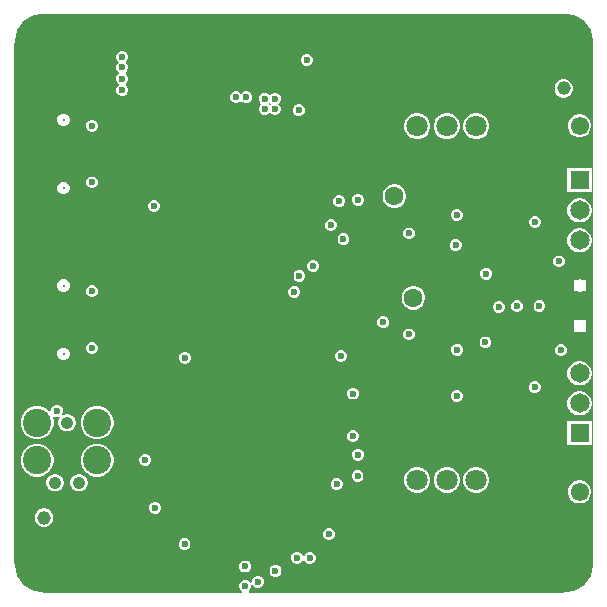
<source format=gbr>
%TF.GenerationSoftware,Altium Limited,Altium Designer,24.2.2 (26)*%
G04 Layer_Physical_Order=6*
G04 Layer_Color=16776960*
%FSLAX45Y45*%
%MOMM*%
%TF.SameCoordinates,9421A899-AC1A-4384-8821-8213F9677E77*%
%TF.FilePolarity,Positive*%
%TF.FileFunction,Copper,L6,Inr,Signal*%
%TF.Part,Single*%
G01*
G75*
%TA.AperFunction,ComponentPad*%
%ADD46C,1.60000*%
%ADD47C,1.55000*%
%ADD48C,2.40000*%
%ADD49C,1.06700*%
%ADD50C,4.46000*%
%ADD51C,1.80000*%
%TA.AperFunction,WasherPad*%
%ADD52C,1.15200*%
%TA.AperFunction,ComponentPad*%
%ADD53C,0.32500*%
%TA.AperFunction,ViaPad*%
%ADD54C,5.00000*%
%TA.AperFunction,ComponentPad*%
%ADD55C,1.65000*%
%ADD56R,1.65000X1.65000*%
%TA.AperFunction,ViaPad*%
%ADD57C,0.80000*%
%ADD58C,0.60000*%
%TA.AperFunction,Conductor*%
%ADD59C,0.17229*%
G36*
X10627500Y10567500D02*
Y6167500D01*
X10377500Y5917500D01*
X7713561D01*
X7710916Y5929684D01*
X7710911Y5930200D01*
X7724888Y5944177D01*
X7732500Y5962554D01*
Y5978939D01*
X7744684Y5981584D01*
X7745200Y5981589D01*
X7759177Y5967612D01*
X7777554Y5960000D01*
X7797446D01*
X7815823Y5967612D01*
X7829888Y5981677D01*
X7837500Y6000054D01*
Y6019946D01*
X7829888Y6038323D01*
X7815823Y6052388D01*
X7797446Y6060000D01*
X7777554D01*
X7759177Y6052388D01*
X7745112Y6038323D01*
X7737500Y6019946D01*
Y6003561D01*
X7725316Y6000916D01*
X7724800Y6000911D01*
X7710823Y6014888D01*
X7692446Y6022500D01*
X7672554D01*
X7654177Y6014888D01*
X7640112Y6000823D01*
X7632500Y5982446D01*
Y5962554D01*
X7640112Y5944177D01*
X7654089Y5930200D01*
X7654084Y5929684D01*
X7651439Y5917500D01*
X5977500D01*
X5727500Y6167499D01*
Y10567500D01*
X5977500Y10817500D01*
X10377500D01*
X10627500Y10567500D01*
D02*
G37*
%LPC*%
G36*
X8212446Y10477500D02*
X8192554D01*
X8174177Y10469888D01*
X8160112Y10455823D01*
X8152500Y10437446D01*
Y10417554D01*
X8160112Y10399177D01*
X8174177Y10385112D01*
X8192554Y10377500D01*
X8212446D01*
X8230823Y10385112D01*
X8244888Y10399177D01*
X8252500Y10417554D01*
Y10437446D01*
X8244888Y10455823D01*
X8230823Y10469888D01*
X8212446Y10477500D01*
D02*
G37*
G36*
X7699945Y10160000D02*
X7680054D01*
X7661677Y10152388D01*
X7654547Y10145258D01*
X7646250Y10139301D01*
X7637953Y10145258D01*
X7630823Y10152388D01*
X7612446Y10160000D01*
X7592554D01*
X7574177Y10152388D01*
X7560112Y10138323D01*
X7552500Y10119946D01*
Y10100054D01*
X7560112Y10081677D01*
X7574177Y10067612D01*
X7592554Y10060000D01*
X7612446D01*
X7630823Y10067612D01*
X7637953Y10074743D01*
X7646250Y10080699D01*
X7654547Y10074743D01*
X7661677Y10067612D01*
X7680054Y10060000D01*
X7699945D01*
X7718323Y10067612D01*
X7732388Y10081677D01*
X7740000Y10100054D01*
Y10119946D01*
X7732388Y10138323D01*
X7718323Y10152388D01*
X7699945Y10160000D01*
D02*
G37*
G36*
X7942446Y10150000D02*
X7922554D01*
X7904177Y10142388D01*
X7897047Y10135258D01*
X7888750Y10129301D01*
X7880453Y10135258D01*
X7873323Y10142388D01*
X7854946Y10150000D01*
X7835054D01*
X7816677Y10142388D01*
X7802612Y10128323D01*
X7795000Y10109946D01*
Y10090054D01*
X7802612Y10071677D01*
X7809743Y10064547D01*
X7815699Y10056250D01*
X7809743Y10047953D01*
X7802612Y10040823D01*
X7795000Y10022446D01*
Y10002554D01*
X7802612Y9984177D01*
X7816677Y9970112D01*
X7835054Y9962500D01*
X7854946D01*
X7873323Y9970112D01*
X7880453Y9977242D01*
X7888750Y9983199D01*
X7897047Y9977242D01*
X7904177Y9970112D01*
X7922554Y9962500D01*
X7942446D01*
X7960823Y9970112D01*
X7974888Y9984177D01*
X7982500Y10002554D01*
Y10022446D01*
X7974888Y10040823D01*
X7967757Y10047953D01*
X7961801Y10056250D01*
X7967757Y10064547D01*
X7974888Y10071677D01*
X7982500Y10090054D01*
Y10109946D01*
X7974888Y10128323D01*
X7960823Y10142388D01*
X7942446Y10150000D01*
D02*
G37*
G36*
X6649945Y10502500D02*
X6630054D01*
X6611677Y10494888D01*
X6597612Y10480823D01*
X6590000Y10462445D01*
Y10442554D01*
X6597612Y10424177D01*
X6604742Y10417046D01*
X6610699Y10408750D01*
X6604742Y10400453D01*
X6597612Y10393323D01*
X6590000Y10374945D01*
Y10355054D01*
X6597612Y10336677D01*
X6611677Y10322612D01*
X6611706Y10322600D01*
Y10309900D01*
X6611677Y10309888D01*
X6597612Y10295823D01*
X6590000Y10277446D01*
Y10257554D01*
X6597612Y10239177D01*
X6611677Y10225112D01*
X6611706Y10225100D01*
Y10212400D01*
X6611677Y10212388D01*
X6597612Y10198323D01*
X6590000Y10179945D01*
Y10160054D01*
X6597612Y10141677D01*
X6611677Y10127612D01*
X6630054Y10120000D01*
X6649945D01*
X6668322Y10127612D01*
X6682388Y10141677D01*
X6690000Y10160054D01*
Y10179945D01*
X6682388Y10198323D01*
X6668322Y10212388D01*
X6668293Y10212400D01*
Y10225100D01*
X6668322Y10225112D01*
X6682388Y10239177D01*
X6690000Y10257554D01*
Y10277446D01*
X6682388Y10295823D01*
X6668322Y10309888D01*
X6668294Y10309900D01*
Y10322600D01*
X6668322Y10322612D01*
X6682388Y10336677D01*
X6690000Y10355054D01*
Y10374945D01*
X6682388Y10393323D01*
X6675257Y10400453D01*
X6669301Y10408750D01*
X6675257Y10417046D01*
X6682388Y10424177D01*
X6690000Y10442554D01*
Y10462445D01*
X6682388Y10480823D01*
X6668322Y10494888D01*
X6649945Y10502500D01*
D02*
G37*
G36*
X10387716Y10262600D02*
X10367284D01*
X10347548Y10257312D01*
X10329853Y10247095D01*
X10315405Y10232648D01*
X10305188Y10214953D01*
X10299900Y10195216D01*
Y10174784D01*
X10305188Y10155048D01*
X10315405Y10137353D01*
X10329853Y10122905D01*
X10347548Y10112689D01*
X10367284Y10107400D01*
X10387716D01*
X10407452Y10112689D01*
X10425147Y10122905D01*
X10439595Y10137353D01*
X10449811Y10155048D01*
X10455100Y10174784D01*
Y10195216D01*
X10449811Y10214953D01*
X10439595Y10232648D01*
X10425147Y10247095D01*
X10407452Y10257312D01*
X10387716Y10262600D01*
D02*
G37*
G36*
X8144946Y10050000D02*
X8125054D01*
X8106677Y10042388D01*
X8092612Y10028323D01*
X8085000Y10009946D01*
Y9990054D01*
X8092612Y9971677D01*
X8106677Y9957612D01*
X8125054Y9950000D01*
X8144946D01*
X8163323Y9957612D01*
X8177388Y9971677D01*
X8185000Y9990054D01*
Y10009946D01*
X8177388Y10028323D01*
X8163323Y10042388D01*
X8144946Y10050000D01*
D02*
G37*
G36*
X6154680Y9970954D02*
X6133794D01*
X6114498Y9962962D01*
X6099730Y9948193D01*
X6091737Y9928897D01*
Y9908011D01*
X6099730Y9888716D01*
X6114498Y9873947D01*
X6133794Y9865954D01*
X6154680D01*
X6173976Y9873947D01*
X6188745Y9888716D01*
X6196737Y9908011D01*
Y9928897D01*
X6188745Y9948193D01*
X6173976Y9962962D01*
X6154680Y9970954D01*
D02*
G37*
G36*
X6394946Y9919500D02*
X6375054D01*
X6356677Y9911888D01*
X6342612Y9897823D01*
X6335000Y9879446D01*
Y9859554D01*
X6342612Y9841177D01*
X6356677Y9827112D01*
X6375054Y9819500D01*
X6394946D01*
X6413323Y9827112D01*
X6427388Y9841177D01*
X6435000Y9859554D01*
Y9879446D01*
X6427388Y9897823D01*
X6413323Y9911888D01*
X6394946Y9919500D01*
D02*
G37*
G36*
X10524236Y9967000D02*
X10498564D01*
X10473766Y9960355D01*
X10451534Y9947519D01*
X10433381Y9929366D01*
X10420545Y9907134D01*
X10413900Y9882336D01*
Y9856664D01*
X10420545Y9831866D01*
X10433381Y9809634D01*
X10451534Y9791481D01*
X10473766Y9778645D01*
X10498564Y9772000D01*
X10524236D01*
X10549034Y9778645D01*
X10571266Y9791481D01*
X10589420Y9809634D01*
X10602255Y9831866D01*
X10608900Y9856664D01*
Y9882336D01*
X10602255Y9907134D01*
X10589420Y9929366D01*
X10571266Y9947519D01*
X10549034Y9960355D01*
X10524236Y9967000D01*
D02*
G37*
G36*
X9652546Y9975333D02*
X9623582D01*
X9595606Y9967837D01*
X9570523Y9953355D01*
X9550043Y9932874D01*
X9535561Y9907791D01*
X9528065Y9879815D01*
Y9850851D01*
X9535561Y9822875D01*
X9550043Y9797792D01*
X9570523Y9777311D01*
X9595606Y9762830D01*
X9623582Y9755333D01*
X9652546D01*
X9680523Y9762830D01*
X9705606Y9777311D01*
X9726086Y9797792D01*
X9740568Y9822875D01*
X9748064Y9850851D01*
Y9879815D01*
X9740568Y9907791D01*
X9726086Y9932874D01*
X9705606Y9953355D01*
X9680523Y9967837D01*
X9652546Y9975333D01*
D02*
G37*
G36*
X9402546D02*
X9373582D01*
X9345606Y9967837D01*
X9320523Y9953355D01*
X9300043Y9932874D01*
X9285561Y9907791D01*
X9278065Y9879815D01*
Y9850851D01*
X9285561Y9822875D01*
X9300043Y9797792D01*
X9320523Y9777311D01*
X9345606Y9762830D01*
X9373582Y9755333D01*
X9402546D01*
X9430523Y9762830D01*
X9455606Y9777311D01*
X9476086Y9797792D01*
X9490568Y9822875D01*
X9498064Y9850851D01*
Y9879815D01*
X9490568Y9907791D01*
X9476086Y9932874D01*
X9455606Y9953355D01*
X9430523Y9967837D01*
X9402546Y9975333D01*
D02*
G37*
G36*
X9152546D02*
X9123582D01*
X9095606Y9967837D01*
X9070523Y9953355D01*
X9050043Y9932874D01*
X9035561Y9907791D01*
X9028064Y9879815D01*
Y9850851D01*
X9035561Y9822875D01*
X9050043Y9797792D01*
X9070523Y9777311D01*
X9095606Y9762830D01*
X9123582Y9755333D01*
X9152546D01*
X9180523Y9762830D01*
X9205606Y9777311D01*
X9226086Y9797792D01*
X9240568Y9822875D01*
X9248064Y9850851D01*
Y9879815D01*
X9240568Y9907791D01*
X9226086Y9932874D01*
X9205606Y9953355D01*
X9180523Y9967837D01*
X9152546Y9975333D01*
D02*
G37*
G36*
X6394946Y9439500D02*
X6375054D01*
X6356677Y9431888D01*
X6342612Y9417823D01*
X6335000Y9399446D01*
Y9379554D01*
X6342612Y9361177D01*
X6356677Y9347112D01*
X6375054Y9339500D01*
X6394946D01*
X6413323Y9347112D01*
X6427388Y9361177D01*
X6435000Y9379554D01*
Y9399446D01*
X6427388Y9417823D01*
X6413323Y9431888D01*
X6394946Y9439500D01*
D02*
G37*
G36*
X10613899Y9509541D02*
X10408899D01*
Y9304541D01*
X10613899D01*
Y9509541D01*
D02*
G37*
G36*
X6154680Y9392955D02*
X6133794D01*
X6114498Y9384962D01*
X6099730Y9370193D01*
X6091737Y9350897D01*
Y9330012D01*
X6099730Y9310716D01*
X6114498Y9295947D01*
X6133794Y9287954D01*
X6154680D01*
X6173976Y9295947D01*
X6188745Y9310716D01*
X6196737Y9330012D01*
Y9350897D01*
X6188745Y9370193D01*
X6173976Y9384962D01*
X6154680Y9392955D01*
D02*
G37*
G36*
X8647446Y9292500D02*
X8627554D01*
X8609177Y9284888D01*
X8595112Y9270823D01*
X8587500Y9252446D01*
Y9232554D01*
X8595112Y9214177D01*
X8609177Y9200112D01*
X8627554Y9192500D01*
X8647446D01*
X8665823Y9200112D01*
X8679888Y9214177D01*
X8687500Y9232554D01*
Y9252446D01*
X8679888Y9270823D01*
X8665823Y9284888D01*
X8647446Y9292500D01*
D02*
G37*
G36*
X8487446Y9280000D02*
X8467554D01*
X8449177Y9272388D01*
X8435112Y9258323D01*
X8427500Y9239946D01*
Y9220054D01*
X8435112Y9201677D01*
X8449177Y9187612D01*
X8467554Y9180000D01*
X8487446D01*
X8505823Y9187612D01*
X8519888Y9201677D01*
X8527500Y9220054D01*
Y9239946D01*
X8519888Y9258323D01*
X8505823Y9272388D01*
X8487446Y9280000D01*
D02*
G37*
G36*
X8957865Y9373034D02*
X8931534D01*
X8906101Y9366219D01*
X8883298Y9353053D01*
X8864680Y9334435D01*
X8851514Y9311632D01*
X8844700Y9286199D01*
Y9259868D01*
X8851514Y9234435D01*
X8864680Y9211633D01*
X8883298Y9193014D01*
X8906101Y9179849D01*
X8931534Y9173034D01*
X8957865D01*
X8983298Y9179849D01*
X9006101Y9193014D01*
X9024719Y9211633D01*
X9037884Y9234435D01*
X9044699Y9259868D01*
Y9286199D01*
X9037884Y9311632D01*
X9024719Y9334435D01*
X9006101Y9353053D01*
X8983298Y9366219D01*
X8957865Y9373034D01*
D02*
G37*
G36*
X6917446Y9240000D02*
X6897554D01*
X6879177Y9232388D01*
X6865112Y9218323D01*
X6857500Y9199946D01*
Y9180054D01*
X6865112Y9161677D01*
X6879177Y9147612D01*
X6897554Y9140000D01*
X6917446D01*
X6935823Y9147612D01*
X6949888Y9161677D01*
X6957500Y9180054D01*
Y9199946D01*
X6949888Y9218323D01*
X6935823Y9232388D01*
X6917446Y9240000D01*
D02*
G37*
G36*
X9482446Y9165000D02*
X9462554D01*
X9444177Y9157388D01*
X9430112Y9143323D01*
X9422500Y9124946D01*
Y9105054D01*
X9430112Y9086677D01*
X9444177Y9072612D01*
X9462554Y9065000D01*
X9482446D01*
X9500823Y9072612D01*
X9514888Y9086677D01*
X9522500Y9105054D01*
Y9124946D01*
X9514888Y9143323D01*
X9500823Y9157388D01*
X9482446Y9165000D01*
D02*
G37*
G36*
X10524894Y9255541D02*
X10497905D01*
X10471836Y9248556D01*
X10448463Y9235062D01*
X10429379Y9215978D01*
X10415885Y9192605D01*
X10408899Y9166535D01*
Y9139547D01*
X10415885Y9113478D01*
X10429379Y9090105D01*
X10448463Y9071021D01*
X10471836Y9057526D01*
X10497905Y9050541D01*
X10524894D01*
X10550963Y9057526D01*
X10574336Y9071021D01*
X10593420Y9090105D01*
X10606914Y9113478D01*
X10613899Y9139547D01*
Y9166535D01*
X10606914Y9192605D01*
X10593420Y9215978D01*
X10574336Y9235062D01*
X10550963Y9248556D01*
X10524894Y9255541D01*
D02*
G37*
G36*
X10144946Y9105000D02*
X10125054D01*
X10106677Y9097388D01*
X10092612Y9083323D01*
X10085000Y9064946D01*
Y9045054D01*
X10092612Y9026677D01*
X10106677Y9012612D01*
X10125054Y9005000D01*
X10144946D01*
X10163323Y9012612D01*
X10177388Y9026677D01*
X10185000Y9045054D01*
Y9064946D01*
X10177388Y9083323D01*
X10163323Y9097388D01*
X10144946Y9105000D01*
D02*
G37*
G36*
X8417446Y9077500D02*
X8397554D01*
X8379177Y9069888D01*
X8365112Y9055823D01*
X8357500Y9037446D01*
Y9017554D01*
X8365112Y8999177D01*
X8379177Y8985112D01*
X8397554Y8977500D01*
X8417446D01*
X8435823Y8985112D01*
X8449888Y8999177D01*
X8457500Y9017554D01*
Y9037446D01*
X8449888Y9055823D01*
X8435823Y9069888D01*
X8417446Y9077500D01*
D02*
G37*
G36*
X9077446Y9007500D02*
X9057554D01*
X9039177Y8999888D01*
X9025112Y8985823D01*
X9017500Y8967446D01*
Y8947554D01*
X9025112Y8929177D01*
X9039177Y8915112D01*
X9057554Y8907500D01*
X9077446D01*
X9095823Y8915112D01*
X9109888Y8929177D01*
X9117500Y8947554D01*
Y8967446D01*
X9109888Y8985823D01*
X9095823Y8999888D01*
X9077446Y9007500D01*
D02*
G37*
G36*
X8522446Y8957500D02*
X8502554D01*
X8484177Y8949888D01*
X8470112Y8935823D01*
X8462500Y8917446D01*
Y8897554D01*
X8470112Y8879177D01*
X8484177Y8865112D01*
X8502554Y8857500D01*
X8522446D01*
X8540823Y8865112D01*
X8554888Y8879177D01*
X8562500Y8897554D01*
Y8917446D01*
X8554888Y8935823D01*
X8540823Y8949888D01*
X8522446Y8957500D01*
D02*
G37*
G36*
X9472446Y8907500D02*
X9452554D01*
X9434177Y8899888D01*
X9420112Y8885823D01*
X9412500Y8867446D01*
Y8847554D01*
X9420112Y8829177D01*
X9434177Y8815112D01*
X9452554Y8807500D01*
X9472446D01*
X9490823Y8815112D01*
X9504888Y8829177D01*
X9512500Y8847554D01*
Y8867446D01*
X9504888Y8885823D01*
X9490823Y8899888D01*
X9472446Y8907500D01*
D02*
G37*
G36*
X10524894Y9001541D02*
X10497905D01*
X10471836Y8994556D01*
X10448463Y8981062D01*
X10429379Y8961978D01*
X10415885Y8938605D01*
X10408899Y8912535D01*
Y8885547D01*
X10415885Y8859478D01*
X10429379Y8836105D01*
X10448463Y8817021D01*
X10471836Y8803526D01*
X10497905Y8796541D01*
X10524894D01*
X10550963Y8803526D01*
X10574336Y8817021D01*
X10593420Y8836105D01*
X10606914Y8859478D01*
X10613899Y8885547D01*
Y8912535D01*
X10606914Y8938605D01*
X10593420Y8961978D01*
X10574336Y8981062D01*
X10550963Y8994556D01*
X10524894Y9001541D01*
D02*
G37*
G36*
X10347902Y8770456D02*
X10328011D01*
X10309634Y8762845D01*
X10295568Y8748779D01*
X10287957Y8730402D01*
Y8710511D01*
X10295568Y8692134D01*
X10309634Y8678068D01*
X10328011Y8670457D01*
X10347902D01*
X10366279Y8678068D01*
X10380344Y8692134D01*
X10387956Y8710511D01*
Y8730402D01*
X10380344Y8748779D01*
X10366279Y8762845D01*
X10347902Y8770456D01*
D02*
G37*
G36*
X8267446Y8732500D02*
X8247554D01*
X8229177Y8724888D01*
X8215112Y8710823D01*
X8207500Y8692446D01*
Y8672554D01*
X8215112Y8654177D01*
X8229177Y8640112D01*
X8247554Y8632500D01*
X8267446D01*
X8285823Y8640112D01*
X8299888Y8654177D01*
X8307500Y8672554D01*
Y8692446D01*
X8299888Y8710823D01*
X8285823Y8724888D01*
X8267446Y8732500D01*
D02*
G37*
G36*
X9732446Y8667500D02*
X9712554D01*
X9694177Y8659888D01*
X9680112Y8645823D01*
X9672500Y8627446D01*
Y8607554D01*
X9680112Y8589177D01*
X9694177Y8575112D01*
X9712554Y8567500D01*
X9732446D01*
X9750823Y8575112D01*
X9764888Y8589177D01*
X9772500Y8607554D01*
Y8627446D01*
X9764888Y8645823D01*
X9750823Y8659888D01*
X9732446Y8667500D01*
D02*
G37*
G36*
X8149946Y8650000D02*
X8130054D01*
X8111677Y8642388D01*
X8097612Y8628323D01*
X8090000Y8609946D01*
Y8590054D01*
X8097612Y8571677D01*
X8111677Y8557612D01*
X8130054Y8550000D01*
X8149946D01*
X8168323Y8557612D01*
X8182388Y8571677D01*
X8190000Y8590054D01*
Y8609946D01*
X8182388Y8628323D01*
X8168323Y8642388D01*
X8149946Y8650000D01*
D02*
G37*
G36*
X10524772Y8568600D02*
X10504086D01*
X10499258Y8566600D01*
X10464400D01*
Y8531701D01*
X10462429Y8526943D01*
Y8506257D01*
X10464400Y8501499D01*
Y8466600D01*
X10499257D01*
X10504086Y8464600D01*
X10524772D01*
X10529601Y8466600D01*
X10564400D01*
Y8501358D01*
X10566429Y8506257D01*
Y8526943D01*
X10564400Y8531842D01*
Y8566600D01*
X10529600D01*
X10524772Y8568600D01*
D02*
G37*
G36*
X6154643Y8568454D02*
X6133757D01*
X6114461Y8560462D01*
X6099693Y8545693D01*
X6091700Y8526397D01*
Y8505511D01*
X6099693Y8486215D01*
X6114461Y8471447D01*
X6133757Y8463454D01*
X6154643D01*
X6173939Y8471447D01*
X6188707Y8486215D01*
X6196700Y8505511D01*
Y8526397D01*
X6188707Y8545693D01*
X6173939Y8560462D01*
X6154643Y8568454D01*
D02*
G37*
G36*
X6394946Y8517000D02*
X6375054D01*
X6356677Y8509388D01*
X6342612Y8495323D01*
X6335000Y8476946D01*
Y8457054D01*
X6342612Y8438677D01*
X6356677Y8424612D01*
X6375054Y8417000D01*
X6394946D01*
X6413323Y8424612D01*
X6427388Y8438677D01*
X6435000Y8457054D01*
Y8476946D01*
X6427388Y8495323D01*
X6413323Y8509388D01*
X6394946Y8517000D01*
D02*
G37*
G36*
X8107446Y8512500D02*
X8087554D01*
X8069177Y8504888D01*
X8055112Y8490823D01*
X8047500Y8472446D01*
Y8452554D01*
X8055112Y8434177D01*
X8069177Y8420112D01*
X8087554Y8412500D01*
X8107446D01*
X8125823Y8420112D01*
X8139888Y8434177D01*
X8147500Y8452554D01*
Y8472446D01*
X8139888Y8490823D01*
X8125823Y8504888D01*
X8107446Y8512500D01*
D02*
G37*
G36*
X9117865Y8513055D02*
X9091534D01*
X9066101Y8506240D01*
X9043298Y8493075D01*
X9024680Y8474456D01*
X9011515Y8451653D01*
X9004700Y8426220D01*
Y8399890D01*
X9011515Y8374457D01*
X9024680Y8351654D01*
X9043298Y8333035D01*
X9066101Y8319870D01*
X9091534Y8313055D01*
X9117865D01*
X9143298Y8319870D01*
X9166101Y8333035D01*
X9184719Y8351654D01*
X9197885Y8374457D01*
X9204699Y8399890D01*
Y8426220D01*
X9197885Y8451653D01*
X9184719Y8474456D01*
X9166101Y8493075D01*
X9143298Y8506240D01*
X9117865Y8513055D01*
D02*
G37*
G36*
X10182446Y8392500D02*
X10162554D01*
X10144177Y8384888D01*
X10130112Y8370823D01*
X10122500Y8352446D01*
Y8332554D01*
X10130112Y8314177D01*
X10144177Y8300112D01*
X10162554Y8292500D01*
X10182446D01*
X10200823Y8300112D01*
X10214888Y8314177D01*
X10222500Y8332554D01*
Y8352446D01*
X10214888Y8370823D01*
X10200823Y8384888D01*
X10182446Y8392500D01*
D02*
G37*
G36*
X9992446Y8390000D02*
X9972554D01*
X9954177Y8382388D01*
X9940112Y8368323D01*
X9932500Y8349946D01*
Y8330054D01*
X9940112Y8311677D01*
X9954177Y8297612D01*
X9972554Y8290000D01*
X9992446D01*
X10010823Y8297612D01*
X10024888Y8311677D01*
X10032500Y8330054D01*
Y8349946D01*
X10024888Y8368323D01*
X10010823Y8382388D01*
X9992446Y8390000D01*
D02*
G37*
G36*
X9837446Y8385000D02*
X9817554D01*
X9799177Y8377388D01*
X9785112Y8363323D01*
X9777500Y8344946D01*
Y8325054D01*
X9785112Y8306677D01*
X9799177Y8292612D01*
X9817554Y8285000D01*
X9837446D01*
X9855823Y8292612D01*
X9869888Y8306677D01*
X9877500Y8325054D01*
Y8344946D01*
X9869888Y8363323D01*
X9855823Y8377388D01*
X9837446Y8385000D01*
D02*
G37*
G36*
X8859946Y8255000D02*
X8840054D01*
X8821677Y8247388D01*
X8807612Y8233323D01*
X8800000Y8214946D01*
Y8195054D01*
X8807612Y8176677D01*
X8821677Y8162612D01*
X8840054Y8155000D01*
X8859946D01*
X8878323Y8162612D01*
X8892388Y8176677D01*
X8900000Y8195054D01*
Y8214946D01*
X8892388Y8233323D01*
X8878323Y8247388D01*
X8859946Y8255000D01*
D02*
G37*
G36*
X10524744Y8228575D02*
X10504057D01*
X10499288Y8226600D01*
X10464400D01*
Y8191747D01*
X10462400Y8186919D01*
Y8166232D01*
X10464400Y8161404D01*
Y8126600D01*
X10499169D01*
X10504057Y8124576D01*
X10524744D01*
X10529632Y8126600D01*
X10564400D01*
Y8161403D01*
X10566400Y8166232D01*
Y8186919D01*
X10564400Y8191748D01*
Y8226600D01*
X10529513D01*
X10524744Y8228575D01*
D02*
G37*
G36*
X9077446Y8152500D02*
X9057554D01*
X9039177Y8144888D01*
X9025112Y8130823D01*
X9017500Y8112446D01*
Y8092554D01*
X9025112Y8074177D01*
X9039177Y8060112D01*
X9057554Y8052500D01*
X9077446D01*
X9095823Y8060112D01*
X9109888Y8074177D01*
X9117500Y8092554D01*
Y8112446D01*
X9109888Y8130823D01*
X9095823Y8144888D01*
X9077446Y8152500D01*
D02*
G37*
G36*
X9724945Y8085000D02*
X9705054D01*
X9686677Y8077388D01*
X9672612Y8063323D01*
X9665000Y8044946D01*
Y8025054D01*
X9672612Y8006677D01*
X9686677Y7992612D01*
X9705054Y7985000D01*
X9724945D01*
X9743323Y7992612D01*
X9757388Y8006677D01*
X9765000Y8025054D01*
Y8044946D01*
X9757388Y8063323D01*
X9743323Y8077388D01*
X9724945Y8085000D01*
D02*
G37*
G36*
X6394946Y8037000D02*
X6375054D01*
X6356677Y8029388D01*
X6342612Y8015323D01*
X6335000Y7996946D01*
Y7977054D01*
X6342612Y7958677D01*
X6356677Y7944612D01*
X6375054Y7937000D01*
X6394946D01*
X6413323Y7944612D01*
X6427388Y7958677D01*
X6435000Y7977054D01*
Y7996946D01*
X6427388Y8015323D01*
X6413323Y8029388D01*
X6394946Y8037000D01*
D02*
G37*
G36*
X9487446Y8022500D02*
X9467554D01*
X9449177Y8014888D01*
X9435112Y8000823D01*
X9427500Y7982446D01*
Y7962554D01*
X9435112Y7944177D01*
X9449177Y7930112D01*
X9467554Y7922500D01*
X9487446D01*
X9505823Y7930112D01*
X9519888Y7944177D01*
X9527500Y7962554D01*
Y7982446D01*
X9519888Y8000823D01*
X9505823Y8014888D01*
X9487446Y8022500D01*
D02*
G37*
G36*
X10364946Y8017500D02*
X10345054D01*
X10326677Y8009888D01*
X10312612Y7995823D01*
X10305000Y7977446D01*
Y7957554D01*
X10312612Y7939177D01*
X10326677Y7925112D01*
X10345054Y7917500D01*
X10364946D01*
X10383323Y7925112D01*
X10397388Y7939177D01*
X10405000Y7957554D01*
Y7977446D01*
X10397388Y7995823D01*
X10383323Y8009888D01*
X10364946Y8017500D01*
D02*
G37*
G36*
X6154643Y7990454D02*
X6133757D01*
X6114461Y7982462D01*
X6099693Y7967693D01*
X6091700Y7948397D01*
Y7927511D01*
X6099693Y7908216D01*
X6114461Y7893447D01*
X6133757Y7885454D01*
X6154643D01*
X6173939Y7893447D01*
X6188707Y7908216D01*
X6196700Y7927511D01*
Y7948397D01*
X6188707Y7967693D01*
X6173939Y7982462D01*
X6154643Y7990454D01*
D02*
G37*
G36*
X8502446Y7970000D02*
X8482554D01*
X8464177Y7962388D01*
X8450112Y7948323D01*
X8442500Y7929946D01*
Y7910054D01*
X8450112Y7891677D01*
X8464177Y7877612D01*
X8482554Y7870000D01*
X8502446D01*
X8520823Y7877612D01*
X8534888Y7891677D01*
X8542500Y7910054D01*
Y7929946D01*
X8534888Y7948323D01*
X8520823Y7962388D01*
X8502446Y7970000D01*
D02*
G37*
G36*
X7179946Y7955000D02*
X7160054D01*
X7141677Y7947388D01*
X7127612Y7933323D01*
X7120000Y7914946D01*
Y7895054D01*
X7127612Y7876677D01*
X7141677Y7862612D01*
X7160054Y7855000D01*
X7179946D01*
X7198323Y7862612D01*
X7212388Y7876677D01*
X7220000Y7895054D01*
Y7914946D01*
X7212388Y7933323D01*
X7198323Y7947388D01*
X7179946Y7955000D01*
D02*
G37*
G36*
X10524894Y7875959D02*
X10497906D01*
X10471837Y7868974D01*
X10448464Y7855479D01*
X10429380Y7836395D01*
X10415885Y7813022D01*
X10408900Y7786953D01*
Y7759965D01*
X10415885Y7733895D01*
X10429380Y7710523D01*
X10448464Y7691439D01*
X10471837Y7677944D01*
X10497906Y7670959D01*
X10524894D01*
X10550964Y7677944D01*
X10574336Y7691439D01*
X10593421Y7710523D01*
X10606915Y7733895D01*
X10613900Y7759965D01*
Y7786953D01*
X10606915Y7813022D01*
X10593421Y7836395D01*
X10574336Y7855479D01*
X10550964Y7868974D01*
X10524894Y7875959D01*
D02*
G37*
G36*
X10142446Y7705000D02*
X10122554D01*
X10104177Y7697388D01*
X10090112Y7683323D01*
X10082500Y7664946D01*
Y7645054D01*
X10090112Y7626677D01*
X10104177Y7612612D01*
X10122554Y7605000D01*
X10142446D01*
X10160823Y7612612D01*
X10174888Y7626677D01*
X10182500Y7645054D01*
Y7664946D01*
X10174888Y7683323D01*
X10160823Y7697388D01*
X10142446Y7705000D01*
D02*
G37*
G36*
X8602446Y7652500D02*
X8582554D01*
X8564177Y7644888D01*
X8550112Y7630823D01*
X8542500Y7612446D01*
Y7592554D01*
X8550112Y7574177D01*
X8564177Y7560112D01*
X8582554Y7552500D01*
X8602446D01*
X8620823Y7560112D01*
X8634888Y7574177D01*
X8642500Y7592554D01*
Y7612446D01*
X8634888Y7630823D01*
X8620823Y7644888D01*
X8602446Y7652500D01*
D02*
G37*
G36*
X9482446Y7632500D02*
X9462554D01*
X9444177Y7624888D01*
X9430112Y7610823D01*
X9422500Y7592446D01*
Y7572554D01*
X9430112Y7554177D01*
X9444177Y7540112D01*
X9462554Y7532500D01*
X9482446D01*
X9500823Y7540112D01*
X9514888Y7554177D01*
X9522500Y7572554D01*
Y7592446D01*
X9514888Y7610823D01*
X9500823Y7624888D01*
X9482446Y7632500D01*
D02*
G37*
G36*
X6094946Y7507500D02*
X6075054D01*
X6056677Y7499888D01*
X6042612Y7485823D01*
X6035000Y7467446D01*
Y7455129D01*
X6022300Y7449869D01*
X6004816Y7467353D01*
X5972892Y7485785D01*
X5937285Y7495325D01*
X5900423D01*
X5864816Y7485785D01*
X5832892Y7467353D01*
X5806826Y7441287D01*
X5788395Y7409363D01*
X5778854Y7373757D01*
Y7336894D01*
X5788395Y7301287D01*
X5806826Y7269363D01*
X5832892Y7243298D01*
X5864816Y7224866D01*
X5900423Y7215325D01*
X5937285D01*
X5972892Y7224866D01*
X6004816Y7243298D01*
X6030882Y7269363D01*
X6049313Y7301287D01*
X6058854Y7336894D01*
Y7373757D01*
X6050587Y7404609D01*
X6061096Y7413282D01*
X6075054Y7407500D01*
X6094946D01*
X6109267Y7413432D01*
X6116461Y7402665D01*
X6114159Y7400363D01*
X6104503Y7383638D01*
X6099504Y7364982D01*
Y7345669D01*
X6104503Y7327013D01*
X6114159Y7310287D01*
X6127816Y7296631D01*
X6144542Y7286974D01*
X6163197Y7281976D01*
X6182510D01*
X6201166Y7286974D01*
X6217892Y7296631D01*
X6231548Y7310287D01*
X6241205Y7327013D01*
X6246204Y7345669D01*
Y7364982D01*
X6241205Y7383638D01*
X6231548Y7400363D01*
X6217892Y7414020D01*
X6201166Y7423677D01*
X6182510Y7428675D01*
X6163197D01*
X6144542Y7423677D01*
X6133437Y7417265D01*
X6125638Y7427428D01*
X6127388Y7429177D01*
X6135000Y7447554D01*
Y7467446D01*
X6127388Y7485823D01*
X6113323Y7499888D01*
X6094946Y7507500D01*
D02*
G37*
G36*
X10524894Y7621959D02*
X10497906D01*
X10471837Y7614974D01*
X10448464Y7601479D01*
X10429380Y7582395D01*
X10415885Y7559022D01*
X10408900Y7532953D01*
Y7505965D01*
X10415885Y7479895D01*
X10429380Y7456523D01*
X10448464Y7437439D01*
X10471837Y7423944D01*
X10497906Y7416959D01*
X10524894D01*
X10550964Y7423944D01*
X10574336Y7437439D01*
X10593421Y7456523D01*
X10606915Y7479895D01*
X10613900Y7505965D01*
Y7532953D01*
X10606915Y7559022D01*
X10593421Y7582395D01*
X10574336Y7601479D01*
X10550964Y7614974D01*
X10524894Y7621959D01*
D02*
G37*
G36*
X6445285Y7495325D02*
X6408423D01*
X6372816Y7485785D01*
X6340892Y7467353D01*
X6314826Y7441287D01*
X6296395Y7409363D01*
X6286854Y7373757D01*
Y7336894D01*
X6296395Y7301287D01*
X6314826Y7269363D01*
X6340892Y7243298D01*
X6372816Y7224866D01*
X6408423Y7215325D01*
X6445285D01*
X6480892Y7224866D01*
X6512816Y7243298D01*
X6538882Y7269363D01*
X6557313Y7301287D01*
X6566854Y7336894D01*
Y7373757D01*
X6557313Y7409363D01*
X6538882Y7441287D01*
X6512816Y7467353D01*
X6480892Y7485785D01*
X6445285Y7495325D01*
D02*
G37*
G36*
X8602446Y7290000D02*
X8582554D01*
X8564177Y7282388D01*
X8550112Y7268323D01*
X8542500Y7249946D01*
Y7230054D01*
X8550112Y7211677D01*
X8564177Y7197612D01*
X8582554Y7190000D01*
X8602446D01*
X8620823Y7197612D01*
X8634888Y7211677D01*
X8642500Y7230054D01*
Y7249946D01*
X8634888Y7268323D01*
X8620823Y7282388D01*
X8602446Y7290000D01*
D02*
G37*
G36*
X10613900Y7367959D02*
X10408900D01*
Y7162959D01*
X10613900D01*
Y7367959D01*
D02*
G37*
G36*
X8644946Y7135000D02*
X8625054D01*
X8606677Y7127388D01*
X8592612Y7113323D01*
X8585000Y7094946D01*
Y7075054D01*
X8592612Y7056677D01*
X8606677Y7042612D01*
X8625054Y7035000D01*
X8644946D01*
X8663323Y7042612D01*
X8677388Y7056677D01*
X8685000Y7075054D01*
Y7094946D01*
X8677388Y7113323D01*
X8663323Y7127388D01*
X8644946Y7135000D01*
D02*
G37*
G36*
X6844946Y7090000D02*
X6825054D01*
X6806677Y7082388D01*
X6792612Y7068323D01*
X6785000Y7049946D01*
Y7030054D01*
X6792612Y7011677D01*
X6806677Y6997612D01*
X6825054Y6990000D01*
X6844946D01*
X6863323Y6997612D01*
X6877388Y7011677D01*
X6885000Y7030054D01*
Y7049946D01*
X6877388Y7068323D01*
X6863323Y7082388D01*
X6844946Y7090000D01*
D02*
G37*
G36*
X6445285Y7177825D02*
X6408423D01*
X6372816Y7168285D01*
X6340892Y7149853D01*
X6314826Y7123787D01*
X6296395Y7091863D01*
X6286854Y7056257D01*
Y7019394D01*
X6296395Y6983787D01*
X6314826Y6951863D01*
X6340892Y6925798D01*
X6372816Y6907366D01*
X6408423Y6897825D01*
X6445285D01*
X6480892Y6907366D01*
X6512816Y6925798D01*
X6538882Y6951863D01*
X6557313Y6983787D01*
X6566854Y7019394D01*
Y7056257D01*
X6557313Y7091863D01*
X6538882Y7123787D01*
X6512816Y7149853D01*
X6480892Y7168285D01*
X6445285Y7177825D01*
D02*
G37*
G36*
X5937285D02*
X5900423D01*
X5864816Y7168285D01*
X5832892Y7149853D01*
X5806826Y7123787D01*
X5788395Y7091863D01*
X5778854Y7056257D01*
Y7019394D01*
X5788395Y6983787D01*
X5806826Y6951863D01*
X5832892Y6925798D01*
X5864816Y6907366D01*
X5900423Y6897825D01*
X5937285D01*
X5972892Y6907366D01*
X6004816Y6925798D01*
X6030882Y6951863D01*
X6049313Y6983787D01*
X6058854Y7019394D01*
Y7056257D01*
X6049313Y7091863D01*
X6030882Y7123787D01*
X6004816Y7149853D01*
X5972892Y7168285D01*
X5937285Y7177825D01*
D02*
G37*
G36*
X8642446Y6955000D02*
X8622554D01*
X8604177Y6947388D01*
X8590112Y6933323D01*
X8582500Y6914946D01*
Y6895054D01*
X8590112Y6876677D01*
X8604177Y6862612D01*
X8622554Y6855000D01*
X8642446D01*
X8660823Y6862612D01*
X8674888Y6876677D01*
X8682500Y6895054D01*
Y6914946D01*
X8674888Y6933323D01*
X8660823Y6947388D01*
X8642446Y6955000D01*
D02*
G37*
G36*
X8464946Y6885000D02*
X8445054D01*
X8426677Y6877388D01*
X8412612Y6863323D01*
X8405000Y6844946D01*
Y6825054D01*
X8412612Y6806677D01*
X8426677Y6792612D01*
X8445054Y6785000D01*
X8464946D01*
X8483323Y6792612D01*
X8497388Y6806677D01*
X8505000Y6825054D01*
Y6844946D01*
X8497388Y6863323D01*
X8483323Y6877388D01*
X8464946Y6885000D01*
D02*
G37*
G36*
X6284110Y6920675D02*
X6264797D01*
X6246142Y6915677D01*
X6229416Y6906020D01*
X6215759Y6892363D01*
X6206103Y6875638D01*
X6201104Y6856982D01*
Y6837669D01*
X6206103Y6819013D01*
X6215759Y6802287D01*
X6229416Y6788631D01*
X6246142Y6778974D01*
X6264797Y6773976D01*
X6284110D01*
X6302766Y6778974D01*
X6319492Y6788631D01*
X6333148Y6802287D01*
X6342805Y6819013D01*
X6347804Y6837669D01*
Y6856982D01*
X6342805Y6875638D01*
X6333148Y6892363D01*
X6319492Y6906020D01*
X6302766Y6915677D01*
X6284110Y6920675D01*
D02*
G37*
G36*
X6080910D02*
X6061597D01*
X6042942Y6915677D01*
X6026216Y6906020D01*
X6012559Y6892363D01*
X6002903Y6875638D01*
X5997904Y6856982D01*
Y6837669D01*
X6002903Y6819013D01*
X6012559Y6802287D01*
X6026216Y6788631D01*
X6042942Y6778974D01*
X6061597Y6773976D01*
X6080910D01*
X6099566Y6778974D01*
X6116292Y6788631D01*
X6129948Y6802287D01*
X6139605Y6819013D01*
X6144604Y6837669D01*
Y6856982D01*
X6139605Y6875638D01*
X6129948Y6892363D01*
X6116292Y6906020D01*
X6099566Y6915677D01*
X6080910Y6920675D01*
D02*
G37*
G36*
X9652582Y6979667D02*
X9623618D01*
X9595642Y6972171D01*
X9570559Y6957689D01*
X9550078Y6937209D01*
X9535597Y6912126D01*
X9528100Y6884149D01*
Y6855185D01*
X9535597Y6827209D01*
X9550078Y6802126D01*
X9570559Y6781646D01*
X9595642Y6767164D01*
X9623618Y6759667D01*
X9652582D01*
X9680558Y6767164D01*
X9705641Y6781646D01*
X9726122Y6802126D01*
X9740604Y6827209D01*
X9748100Y6855185D01*
Y6884149D01*
X9740604Y6912126D01*
X9726122Y6937209D01*
X9705641Y6957689D01*
X9680558Y6972171D01*
X9652582Y6979667D01*
D02*
G37*
G36*
X9402582D02*
X9373618D01*
X9345642Y6972171D01*
X9320559Y6957689D01*
X9300078Y6937209D01*
X9285597Y6912126D01*
X9278100Y6884149D01*
Y6855185D01*
X9285597Y6827209D01*
X9300078Y6802126D01*
X9320559Y6781646D01*
X9345642Y6767164D01*
X9373618Y6759667D01*
X9402582D01*
X9430558Y6767164D01*
X9455641Y6781646D01*
X9476122Y6802126D01*
X9490604Y6827209D01*
X9498100Y6855185D01*
Y6884149D01*
X9490604Y6912126D01*
X9476122Y6937209D01*
X9455641Y6957689D01*
X9430558Y6972171D01*
X9402582Y6979667D01*
D02*
G37*
G36*
X9152582D02*
X9123618D01*
X9095642Y6972171D01*
X9070559Y6957689D01*
X9050078Y6937209D01*
X9035597Y6912126D01*
X9028100Y6884149D01*
Y6855185D01*
X9035597Y6827209D01*
X9050078Y6802126D01*
X9070559Y6781646D01*
X9095642Y6767164D01*
X9123618Y6759667D01*
X9152582D01*
X9180558Y6767164D01*
X9205641Y6781646D01*
X9226122Y6802126D01*
X9240604Y6827209D01*
X9248100Y6855185D01*
Y6884149D01*
X9240604Y6912126D01*
X9226122Y6937209D01*
X9205641Y6957689D01*
X9180558Y6972171D01*
X9152582Y6979667D01*
D02*
G37*
G36*
X10524236Y6867979D02*
X10498564D01*
X10473766Y6861334D01*
X10451534Y6848498D01*
X10433381Y6830345D01*
X10420545Y6808113D01*
X10413900Y6783315D01*
Y6757643D01*
X10420545Y6732845D01*
X10433381Y6710613D01*
X10451534Y6692460D01*
X10473766Y6679624D01*
X10498564Y6672979D01*
X10524236D01*
X10549034Y6679624D01*
X10571266Y6692460D01*
X10589420Y6710613D01*
X10602255Y6732845D01*
X10608900Y6757643D01*
Y6783315D01*
X10602255Y6808113D01*
X10589420Y6830345D01*
X10571266Y6848498D01*
X10549034Y6861334D01*
X10524236Y6867979D01*
D02*
G37*
G36*
X6929945Y6685000D02*
X6910054D01*
X6891677Y6677388D01*
X6877612Y6663323D01*
X6870000Y6644946D01*
Y6625054D01*
X6877612Y6606677D01*
X6891677Y6592612D01*
X6910054Y6585000D01*
X6929945D01*
X6948323Y6592612D01*
X6962388Y6606677D01*
X6970000Y6625054D01*
Y6644946D01*
X6962388Y6663323D01*
X6948323Y6677388D01*
X6929945Y6685000D01*
D02*
G37*
G36*
X5987716Y6630100D02*
X5967284D01*
X5947548Y6624811D01*
X5929853Y6614595D01*
X5915405Y6600147D01*
X5905189Y6582452D01*
X5899900Y6562716D01*
Y6542284D01*
X5905189Y6522548D01*
X5915405Y6504853D01*
X5929853Y6490405D01*
X5947548Y6480188D01*
X5967284Y6474900D01*
X5987716D01*
X6007453Y6480188D01*
X6025147Y6490405D01*
X6039595Y6504853D01*
X6049812Y6522548D01*
X6055100Y6542284D01*
Y6562716D01*
X6049812Y6582452D01*
X6039595Y6600147D01*
X6025147Y6614595D01*
X6007453Y6624811D01*
X5987716Y6630100D01*
D02*
G37*
G36*
X8399946Y6460000D02*
X8380054D01*
X8361677Y6452388D01*
X8347612Y6438323D01*
X8340000Y6419946D01*
Y6400054D01*
X8347612Y6381677D01*
X8361677Y6367612D01*
X8380054Y6360000D01*
X8399946D01*
X8418323Y6367612D01*
X8432388Y6381677D01*
X8440000Y6400054D01*
Y6419946D01*
X8432388Y6438323D01*
X8418323Y6452388D01*
X8399946Y6460000D01*
D02*
G37*
G36*
X7177446Y6375000D02*
X7157554D01*
X7139177Y6367388D01*
X7125112Y6353323D01*
X7117500Y6334946D01*
Y6315054D01*
X7125112Y6296677D01*
X7139177Y6282612D01*
X7157554Y6275000D01*
X7177446D01*
X7195823Y6282612D01*
X7209888Y6296677D01*
X7217500Y6315054D01*
Y6334946D01*
X7209888Y6353323D01*
X7195823Y6367388D01*
X7177446Y6375000D01*
D02*
G37*
G36*
X8129946Y6262500D02*
X8110054D01*
X8091677Y6254888D01*
X8077612Y6240823D01*
X8070000Y6222446D01*
Y6202554D01*
X8077612Y6184177D01*
X8091677Y6170112D01*
X8110054Y6162500D01*
X8129946D01*
X8148323Y6170112D01*
X8162388Y6184177D01*
X8166359Y6193764D01*
X8180106D01*
X8185112Y6181677D01*
X8199177Y6167612D01*
X8217554Y6160000D01*
X8237446D01*
X8255823Y6167612D01*
X8269888Y6181677D01*
X8277500Y6200054D01*
Y6219946D01*
X8269888Y6238323D01*
X8255823Y6252388D01*
X8237446Y6260000D01*
X8217554D01*
X8199177Y6252388D01*
X8185112Y6238323D01*
X8181141Y6228736D01*
X8167394D01*
X8162388Y6240823D01*
X8148323Y6254888D01*
X8129946Y6262500D01*
D02*
G37*
G36*
X7692446Y6187870D02*
X7672554D01*
X7654177Y6180258D01*
X7640112Y6166193D01*
X7632500Y6147816D01*
Y6127925D01*
X7640112Y6109548D01*
X7654177Y6095482D01*
X7672554Y6087870D01*
X7692446D01*
X7710823Y6095482D01*
X7724888Y6109548D01*
X7732500Y6127925D01*
Y6147816D01*
X7724888Y6166193D01*
X7710823Y6180258D01*
X7692446Y6187870D01*
D02*
G37*
G36*
X7947446Y6152500D02*
X7927554D01*
X7909177Y6144888D01*
X7895112Y6130823D01*
X7887500Y6112446D01*
Y6092554D01*
X7895112Y6074177D01*
X7909177Y6060112D01*
X7927554Y6052500D01*
X7947446D01*
X7965823Y6060112D01*
X7979888Y6074177D01*
X7987500Y6092554D01*
Y6112446D01*
X7979888Y6130823D01*
X7965823Y6144888D01*
X7947446Y6152500D01*
D02*
G37*
%LPD*%
G36*
X7894821Y10064860D02*
X7898124Y10056250D01*
X7894821Y10047640D01*
X7888750Y10044942D01*
X7882679Y10047640D01*
X7879376Y10056250D01*
X7882679Y10064860D01*
X7888750Y10067558D01*
X7894821Y10064860D01*
D02*
G37*
D46*
X9104700Y8413055D02*
D03*
X8944699Y9273034D02*
D03*
D47*
X8479430Y6052147D02*
D03*
X8543039Y10685354D02*
D03*
X10511400Y6770479D02*
D03*
Y9869500D02*
D03*
D48*
X5918854Y7037825D02*
D03*
Y7355325D02*
D03*
X6426854D02*
D03*
Y7037825D02*
D03*
D49*
X6172854Y7355325D02*
D03*
X6274454Y6847325D02*
D03*
X6071254D02*
D03*
D50*
X8948100Y6169667D02*
D03*
X9828100D02*
D03*
X9828064Y10565333D02*
D03*
X8948064D02*
D03*
D51*
X9138100Y6869667D02*
D03*
X9388100D02*
D03*
X9638100D02*
D03*
X9638064Y9865333D02*
D03*
X9388064D02*
D03*
X9138064D02*
D03*
D52*
X5977500Y6552500D02*
D03*
X10377500Y10185000D02*
D03*
D53*
X6144237Y9918454D02*
D03*
Y9340455D02*
D03*
X6144200Y7937954D02*
D03*
Y8515954D02*
D03*
D54*
X10377500Y6167500D02*
D03*
Y10567500D02*
D03*
X5977500Y6167500D02*
D03*
X5977500Y10567500D02*
D03*
D55*
X10511400Y7773459D02*
D03*
Y7519459D02*
D03*
X10511399Y8899041D02*
D03*
Y9153041D02*
D03*
D56*
X10511400Y7265459D02*
D03*
X10511399Y9407041D02*
D03*
D57*
X6817500Y9945000D02*
D03*
X6617500D02*
D03*
X9205000Y9240000D02*
D03*
Y9440000D02*
D03*
X9412500Y9262500D02*
D03*
Y9462500D02*
D03*
X10425000Y9640000D02*
D03*
X10397500Y7030000D02*
D03*
X9550000Y10340000D02*
D03*
X9350000D02*
D03*
X10080000Y9822500D02*
D03*
Y9622500D02*
D03*
X9735000Y9550000D02*
D03*
Y9350000D02*
D03*
X8752500Y10067500D02*
D03*
X8552500D02*
D03*
X8630000Y9710000D02*
D03*
X8475000Y9885000D02*
D03*
X8095000Y9507500D02*
D03*
X8295000D02*
D03*
X9762500Y7352500D02*
D03*
Y7152500D02*
D03*
X9492500Y7385000D02*
D03*
Y7185000D02*
D03*
X8810000Y7542500D02*
D03*
X9232500Y7300000D02*
D03*
X9032500D02*
D03*
X6755000Y6472500D02*
D03*
Y6672500D02*
D03*
X6475000Y6282500D02*
D03*
X6675000D02*
D03*
X6480000Y6585000D02*
D03*
X6280000D02*
D03*
X7402500Y8392500D02*
D03*
X7202500D02*
D03*
X7240000Y8152500D02*
D03*
X7040000D02*
D03*
X6612500Y7685000D02*
D03*
Y7885000D02*
D03*
X6532500Y8815000D02*
D03*
Y9015000D02*
D03*
X5945000Y8095000D02*
D03*
Y8295000D02*
D03*
X5970000Y9520000D02*
D03*
Y9720000D02*
D03*
X7422500Y9940000D02*
D03*
X7622500D02*
D03*
X7002500Y9945000D02*
D03*
X7202500D02*
D03*
X7770000Y9705000D02*
D03*
X7970000D02*
D03*
X7762500Y9442500D02*
D03*
X7760000Y9247500D02*
D03*
Y9047500D02*
D03*
X7485000Y9175000D02*
D03*
X7285000D02*
D03*
X6887500Y9707500D02*
D03*
X7087500D02*
D03*
X7487500D02*
D03*
X7287500D02*
D03*
Y9442500D02*
D03*
X7487500D02*
D03*
X7087500D02*
D03*
X6887500D02*
D03*
X10000000Y7000000D02*
D03*
X10250000Y6500000D02*
D03*
X9750000D02*
D03*
X9500000Y6000000D02*
D03*
X9250000Y10500000D02*
D03*
Y6500000D02*
D03*
X6500000Y6000000D02*
D03*
X6000000Y10000000D02*
D03*
Y9000000D02*
D03*
D58*
X8700000Y10337500D02*
D03*
X8120000Y6212500D02*
D03*
X8227500Y6210000D02*
D03*
X7845000Y10012500D02*
D03*
X7932500D02*
D03*
X10172500Y8342500D02*
D03*
X10370000Y8805000D02*
D03*
X10407500Y7885000D02*
D03*
X10355000Y7967500D02*
D03*
X6722500Y9105000D02*
D03*
X6907500Y9190000D02*
D03*
X10437500Y8385000D02*
D03*
X10482500Y8300000D02*
D03*
X10390000Y8465000D02*
D03*
X10467500Y8050000D02*
D03*
X10580000Y7977500D02*
D03*
X10577500Y8717500D02*
D03*
X10212500Y8250000D02*
D03*
X10080000Y8337500D02*
D03*
X9982500Y8340000D02*
D03*
X6490000Y8457500D02*
D03*
X6487500Y7995000D02*
D03*
X6667500Y8400000D02*
D03*
X6662500Y8152500D02*
D03*
X10232500Y7477500D02*
D03*
X8613970Y8434727D02*
D03*
X8330365Y10015365D02*
D03*
X7932500Y10100000D02*
D03*
X7845000D02*
D03*
X6385000Y9869500D02*
D03*
X7602500Y10110000D02*
D03*
X7690000D02*
D03*
X7375000Y10085000D02*
D03*
X7462500D02*
D03*
X9462500Y7870000D02*
D03*
X9460000Y8762500D02*
D03*
X8202500Y10427500D02*
D03*
X8135000Y10000000D02*
D03*
X10092500Y7402500D02*
D03*
X10122500Y9310000D02*
D03*
X10127500Y8592500D02*
D03*
X10130921Y8122127D02*
D03*
X10337956Y8720457D02*
D03*
X10230000Y9230000D02*
D03*
X10132500Y7655000D02*
D03*
X10135000Y9055000D02*
D03*
X9472500Y9115000D02*
D03*
Y7582500D02*
D03*
X8592500Y7602500D02*
D03*
X8407500Y9027500D02*
D03*
X9477500Y7972500D02*
D03*
X9462500Y8857500D02*
D03*
X9722500Y8617500D02*
D03*
X9715000Y8035000D02*
D03*
X9827500Y8335000D02*
D03*
X9067500Y8102500D02*
D03*
Y8957500D02*
D03*
X8850000Y8205000D02*
D03*
X8832500Y8055000D02*
D03*
X8750000Y8655000D02*
D03*
X8097500Y8462500D02*
D03*
X8477500Y9230000D02*
D03*
X8512500Y8907500D02*
D03*
X8637500Y9242500D02*
D03*
X8582500Y7450000D02*
D03*
X8592500Y7240000D02*
D03*
X8280000Y8812500D02*
D03*
X8120000Y8210000D02*
D03*
X8635000Y7085000D02*
D03*
X8632500Y6905000D02*
D03*
X8390000Y6410000D02*
D03*
X6592500Y7137500D02*
D03*
X5932500Y6837500D02*
D03*
X6085000Y7457500D02*
D03*
X6835000Y7040000D02*
D03*
X6752500Y6872500D02*
D03*
X7682500Y5972500D02*
D03*
X6835000Y6815000D02*
D03*
X7477500Y5962500D02*
D03*
X8397500Y8605000D02*
D03*
X8140000Y8600000D02*
D03*
X8257500Y8682500D02*
D03*
X8455000Y6835000D02*
D03*
X6920000Y6635000D02*
D03*
X6502500Y9860000D02*
D03*
X6680000Y9702500D02*
D03*
X6675000Y9457500D02*
D03*
X6497500Y9400000D02*
D03*
X6385000Y9389500D02*
D03*
X7937500Y6102500D02*
D03*
X7312500Y7535000D02*
D03*
X8828918Y8290923D02*
D03*
X8492500Y7920000D02*
D03*
X8430000Y8232500D02*
D03*
X8780000Y7832500D02*
D03*
X8247500Y8027500D02*
D03*
X8457500Y6735000D02*
D03*
X7787500Y6010000D02*
D03*
X6907500Y6165000D02*
D03*
X7025000Y6297500D02*
D03*
X7170000Y7905000D02*
D03*
X6992500Y7822500D02*
D03*
X8447500Y7267500D02*
D03*
X7682500Y6307500D02*
D03*
X7835000Y6285000D02*
D03*
X7167500Y6325000D02*
D03*
X6995000Y6407500D02*
D03*
X7682500Y6137870D02*
D03*
X6370000Y8617500D02*
D03*
X7840000Y10725000D02*
D03*
X6640000Y10170000D02*
D03*
Y10267500D02*
D03*
X7610000Y10697500D02*
D03*
X7697500D02*
D03*
X7130000Y10767500D02*
D03*
X7042500D02*
D03*
X7217500D02*
D03*
X7805000Y10412500D02*
D03*
X7390000Y10515000D02*
D03*
Y10415000D02*
D03*
X6742500Y10767500D02*
D03*
X6830000D02*
D03*
X6640000Y10365000D02*
D03*
Y10452500D02*
D03*
X6377500Y10030000D02*
D03*
X6375000Y9230000D02*
D03*
X6367500Y7837500D02*
D03*
X6385000Y8467000D02*
D03*
Y7987000D02*
D03*
D59*
X10511399Y9407041D02*
X10511400Y9407042D01*
%TF.MD5,1d2f62a63e36d70abbdabd767701587a*%
M02*

</source>
